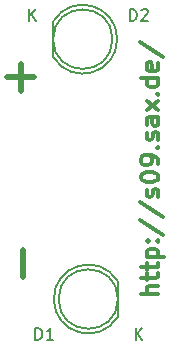
<source format=gbr>
G04 #@! TF.GenerationSoftware,KiCad,Pcbnew,5.0.2*
G04 #@! TF.CreationDate,2019-11-03T11:13:19+01:00*
G04 #@! TF.ProjectId,Tiny13-Nachtlicht,54696e79-3133-42d4-9e61-6368746c6963,rev?*
G04 #@! TF.SameCoordinates,Original*
G04 #@! TF.FileFunction,Legend,Top*
G04 #@! TF.FilePolarity,Positive*
%FSLAX46Y46*%
G04 Gerber Fmt 4.6, Leading zero omitted, Abs format (unit mm)*
G04 Created by KiCad (PCBNEW 5.0.2) date Sun Nov  3 11:13:19 2019*
%MOMM*%
%LPD*%
G01*
G04 APERTURE LIST*
%ADD10C,0.500000*%
%ADD11C,0.300000*%
%ADD12C,0.150000*%
G04 APERTURE END LIST*
D10*
X138214285Y-112142857D02*
X138214285Y-109857142D01*
X136857142Y-95214285D02*
X139142857Y-95214285D01*
X138000000Y-96357142D02*
X138000000Y-94071428D01*
D11*
X149678571Y-113535714D02*
X148178571Y-113535714D01*
X149678571Y-112892857D02*
X148892857Y-112892857D01*
X148750000Y-112964285D01*
X148678571Y-113107142D01*
X148678571Y-113321428D01*
X148750000Y-113464285D01*
X148821428Y-113535714D01*
X148678571Y-112392857D02*
X148678571Y-111821428D01*
X148178571Y-112178571D02*
X149464285Y-112178571D01*
X149607142Y-112107142D01*
X149678571Y-111964285D01*
X149678571Y-111821428D01*
X148678571Y-111535714D02*
X148678571Y-110964285D01*
X148178571Y-111321428D02*
X149464285Y-111321428D01*
X149607142Y-111250000D01*
X149678571Y-111107142D01*
X149678571Y-110964285D01*
X148678571Y-110464285D02*
X150178571Y-110464285D01*
X148750000Y-110464285D02*
X148678571Y-110321428D01*
X148678571Y-110035714D01*
X148750000Y-109892857D01*
X148821428Y-109821428D01*
X148964285Y-109750000D01*
X149392857Y-109750000D01*
X149535714Y-109821428D01*
X149607142Y-109892857D01*
X149678571Y-110035714D01*
X149678571Y-110321428D01*
X149607142Y-110464285D01*
X149535714Y-109107142D02*
X149607142Y-109035714D01*
X149678571Y-109107142D01*
X149607142Y-109178571D01*
X149535714Y-109107142D01*
X149678571Y-109107142D01*
X148750000Y-109107142D02*
X148821428Y-109035714D01*
X148892857Y-109107142D01*
X148821428Y-109178571D01*
X148750000Y-109107142D01*
X148892857Y-109107142D01*
X148107142Y-107321428D02*
X150035714Y-108607142D01*
X148107142Y-105750000D02*
X150035714Y-107035714D01*
X149607142Y-105321428D02*
X149678571Y-105178571D01*
X149678571Y-104892857D01*
X149607142Y-104750000D01*
X149464285Y-104678571D01*
X149392857Y-104678571D01*
X149250000Y-104750000D01*
X149178571Y-104892857D01*
X149178571Y-105107142D01*
X149107142Y-105250000D01*
X148964285Y-105321428D01*
X148892857Y-105321428D01*
X148750000Y-105250000D01*
X148678571Y-105107142D01*
X148678571Y-104892857D01*
X148750000Y-104750000D01*
X148178571Y-103750000D02*
X148178571Y-103607142D01*
X148250000Y-103464285D01*
X148321428Y-103392857D01*
X148464285Y-103321428D01*
X148750000Y-103250000D01*
X149107142Y-103250000D01*
X149392857Y-103321428D01*
X149535714Y-103392857D01*
X149607142Y-103464285D01*
X149678571Y-103607142D01*
X149678571Y-103750000D01*
X149607142Y-103892857D01*
X149535714Y-103964285D01*
X149392857Y-104035714D01*
X149107142Y-104107142D01*
X148750000Y-104107142D01*
X148464285Y-104035714D01*
X148321428Y-103964285D01*
X148250000Y-103892857D01*
X148178571Y-103750000D01*
X149678571Y-102535714D02*
X149678571Y-102250000D01*
X149607142Y-102107142D01*
X149535714Y-102035714D01*
X149321428Y-101892857D01*
X149035714Y-101821428D01*
X148464285Y-101821428D01*
X148321428Y-101892857D01*
X148250000Y-101964285D01*
X148178571Y-102107142D01*
X148178571Y-102392857D01*
X148250000Y-102535714D01*
X148321428Y-102607142D01*
X148464285Y-102678571D01*
X148821428Y-102678571D01*
X148964285Y-102607142D01*
X149035714Y-102535714D01*
X149107142Y-102392857D01*
X149107142Y-102107142D01*
X149035714Y-101964285D01*
X148964285Y-101892857D01*
X148821428Y-101821428D01*
X149535714Y-101178571D02*
X149607142Y-101107142D01*
X149678571Y-101178571D01*
X149607142Y-101250000D01*
X149535714Y-101178571D01*
X149678571Y-101178571D01*
X149607142Y-100535714D02*
X149678571Y-100392857D01*
X149678571Y-100107142D01*
X149607142Y-99964285D01*
X149464285Y-99892857D01*
X149392857Y-99892857D01*
X149250000Y-99964285D01*
X149178571Y-100107142D01*
X149178571Y-100321428D01*
X149107142Y-100464285D01*
X148964285Y-100535714D01*
X148892857Y-100535714D01*
X148750000Y-100464285D01*
X148678571Y-100321428D01*
X148678571Y-100107142D01*
X148750000Y-99964285D01*
X149678571Y-98607142D02*
X148892857Y-98607142D01*
X148750000Y-98678571D01*
X148678571Y-98821428D01*
X148678571Y-99107142D01*
X148750000Y-99250000D01*
X149607142Y-98607142D02*
X149678571Y-98750000D01*
X149678571Y-99107142D01*
X149607142Y-99250000D01*
X149464285Y-99321428D01*
X149321428Y-99321428D01*
X149178571Y-99250000D01*
X149107142Y-99107142D01*
X149107142Y-98750000D01*
X149035714Y-98607142D01*
X149678571Y-98035714D02*
X148678571Y-97250000D01*
X148678571Y-98035714D02*
X149678571Y-97250000D01*
X149535714Y-96678571D02*
X149607142Y-96607142D01*
X149678571Y-96678571D01*
X149607142Y-96750000D01*
X149535714Y-96678571D01*
X149678571Y-96678571D01*
X149678571Y-95321428D02*
X148178571Y-95321428D01*
X149607142Y-95321428D02*
X149678571Y-95464285D01*
X149678571Y-95750000D01*
X149607142Y-95892857D01*
X149535714Y-95964285D01*
X149392857Y-96035714D01*
X148964285Y-96035714D01*
X148821428Y-95964285D01*
X148750000Y-95892857D01*
X148678571Y-95750000D01*
X148678571Y-95464285D01*
X148750000Y-95321428D01*
X149607142Y-94035714D02*
X149678571Y-94178571D01*
X149678571Y-94464285D01*
X149607142Y-94607142D01*
X149464285Y-94678571D01*
X148892857Y-94678571D01*
X148750000Y-94607142D01*
X148678571Y-94464285D01*
X148678571Y-94178571D01*
X148750000Y-94035714D01*
X148892857Y-93964285D01*
X149035714Y-93964285D01*
X149178571Y-94678571D01*
X148107142Y-92250000D02*
X150035714Y-93535714D01*
D12*
G04 #@! TO.C,D1*
X146214888Y-112475096D02*
G75*
G03X146230000Y-115500000I-2484888J-1524904D01*
G01*
X146230000Y-112500000D02*
X146230000Y-115500000D01*
X146247936Y-114000000D02*
G75*
G03X146247936Y-114000000I-2517936J0D01*
G01*
G04 #@! TO.C,D2*
X145787936Y-92000000D02*
G75*
G03X145787936Y-92000000I-2517936J0D01*
G01*
X140770000Y-93500000D02*
X140770000Y-90500000D01*
X140785112Y-93524904D02*
G75*
G03X140770000Y-90500000I2484888J1524904D01*
G01*
G04 #@! TO.C,D1*
X139261904Y-117452380D02*
X139261904Y-116452380D01*
X139500000Y-116452380D01*
X139642857Y-116500000D01*
X139738095Y-116595238D01*
X139785714Y-116690476D01*
X139833333Y-116880952D01*
X139833333Y-117023809D01*
X139785714Y-117214285D01*
X139738095Y-117309523D01*
X139642857Y-117404761D01*
X139500000Y-117452380D01*
X139261904Y-117452380D01*
X140785714Y-117452380D02*
X140214285Y-117452380D01*
X140500000Y-117452380D02*
X140500000Y-116452380D01*
X140404761Y-116595238D01*
X140309523Y-116690476D01*
X140214285Y-116738095D01*
X147738095Y-117452380D02*
X147738095Y-116452380D01*
X148309523Y-117452380D02*
X147880952Y-116880952D01*
X148309523Y-116452380D02*
X147738095Y-117023809D01*
G04 #@! TO.C,D2*
X147261904Y-90452380D02*
X147261904Y-89452380D01*
X147500000Y-89452380D01*
X147642857Y-89500000D01*
X147738095Y-89595238D01*
X147785714Y-89690476D01*
X147833333Y-89880952D01*
X147833333Y-90023809D01*
X147785714Y-90214285D01*
X147738095Y-90309523D01*
X147642857Y-90404761D01*
X147500000Y-90452380D01*
X147261904Y-90452380D01*
X148214285Y-89547619D02*
X148261904Y-89500000D01*
X148357142Y-89452380D01*
X148595238Y-89452380D01*
X148690476Y-89500000D01*
X148738095Y-89547619D01*
X148785714Y-89642857D01*
X148785714Y-89738095D01*
X148738095Y-89880952D01*
X148166666Y-90452380D01*
X148785714Y-90452380D01*
X138738095Y-90452380D02*
X138738095Y-89452380D01*
X139309523Y-90452380D02*
X138880952Y-89880952D01*
X139309523Y-89452380D02*
X138738095Y-90023809D01*
G04 #@! TD*
M02*

</source>
